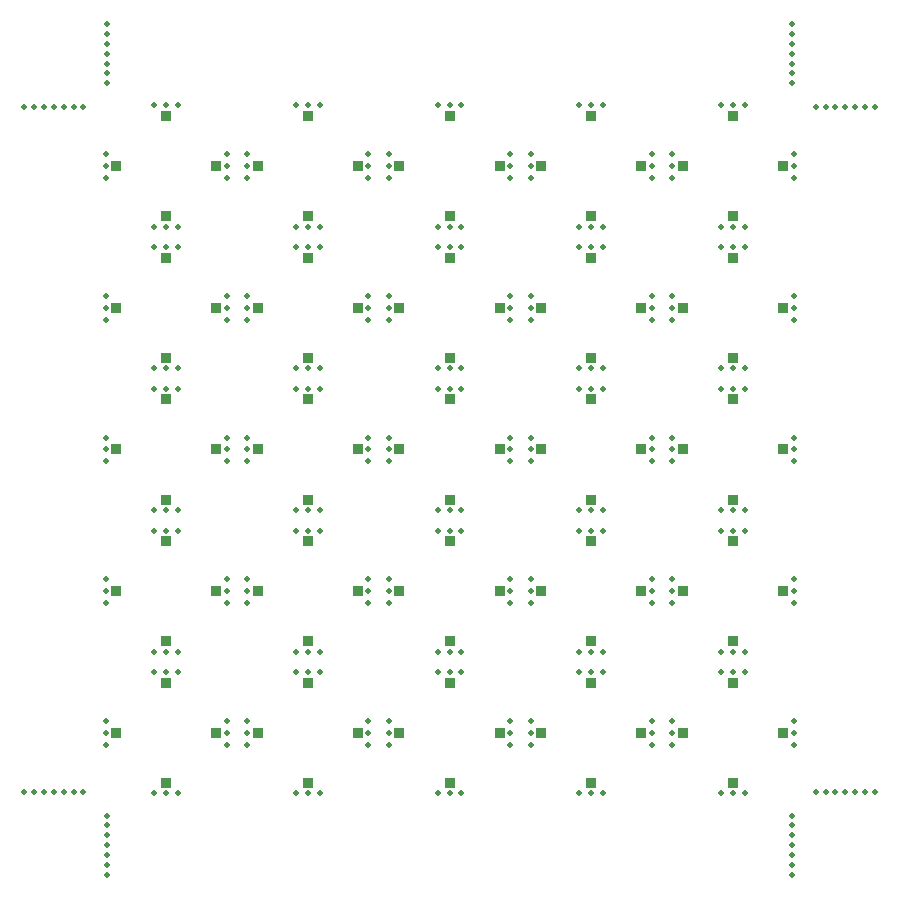
<source format=gbs>
%TF.GenerationSoftware,KiCad,Pcbnew,7.0.5-1.fc38*%
%TF.CreationDate,2023-07-07T14:16:01-04:00*%
%TF.ProjectId,bno085-i2c-board-v3-panel,626e6f30-3835-42d6-9932-632d626f6172,rev?*%
%TF.SameCoordinates,Original*%
%TF.FileFunction,Soldermask,Bot*%
%TF.FilePolarity,Negative*%
%FSLAX46Y46*%
G04 Gerber Fmt 4.6, Leading zero omitted, Abs format (unit mm)*
G04 Created by KiCad (PCBNEW 7.0.5-1.fc38) date 2023-07-07 14:16:01*
%MOMM*%
%LPD*%
G01*
G04 APERTURE LIST*
%ADD10R,0.850000X0.850000*%
%ADD11C,0.500000*%
G04 APERTURE END LIST*
D10*
%TO.C,J2*%
X148500000Y-60250000D03*
%TD*%
D11*
%TO.C,REF\u002A\u002A*%
X160500000Y-49124999D03*
%TD*%
D10*
%TO.C,J3*%
X120250000Y-44000000D03*
%TD*%
D11*
%TO.C,REF\u002A\u002A*%
X112500001Y-85000000D03*
%TD*%
D10*
%TO.C,J1*%
X172500000Y-75750000D03*
%TD*%
D11*
%TO.C,REF\u002A\u002A*%
X172500000Y-49124999D03*
%TD*%
%TO.C,REF\u002A\u002A*%
X143375000Y-67999999D03*
%TD*%
D10*
%TO.C,J4*%
X152750000Y-32000000D03*
%TD*%
D11*
%TO.C,REF\u002A\u002A*%
X155375000Y-54999999D03*
%TD*%
%TO.C,REF\u002A\u002A*%
X177499999Y-91166666D03*
%TD*%
D10*
%TO.C,J2*%
X172500000Y-48250000D03*
%TD*%
D11*
%TO.C,REF\u002A\u002A*%
X161500000Y-37124999D03*
%TD*%
%TO.C,REF\u002A\u002A*%
X172500000Y-61124999D03*
%TD*%
%TO.C,REF\u002A\u002A*%
X135500000Y-61124999D03*
%TD*%
%TO.C,REF\u002A\u002A*%
X171500000Y-85124999D03*
%TD*%
%TO.C,REF\u002A\u002A*%
X114166668Y-85000000D03*
%TD*%
%TO.C,REF\u002A\u002A*%
X119375001Y-31000000D03*
%TD*%
%TO.C,REF\u002A\u002A*%
X177499999Y-92000000D03*
%TD*%
%TO.C,REF\u002A\u002A*%
X129624999Y-80999999D03*
%TD*%
%TO.C,REF\u002A\u002A*%
X124500000Y-50875002D03*
%TD*%
%TO.C,REF\u002A\u002A*%
X129624999Y-44999999D03*
%TD*%
D10*
%TO.C,J3*%
X168250000Y-68000000D03*
%TD*%
D11*
%TO.C,REF\u002A\u002A*%
X177624999Y-42999999D03*
%TD*%
%TO.C,REF\u002A\u002A*%
X177624999Y-43999999D03*
%TD*%
%TO.C,REF\u002A\u002A*%
X149499999Y-62875000D03*
%TD*%
%TO.C,REF\u002A\u002A*%
X137500000Y-73124999D03*
%TD*%
%TO.C,REF\u002A\u002A*%
X124500000Y-49124999D03*
%TD*%
%TO.C,REF\u002A\u002A*%
X160499999Y-50875002D03*
%TD*%
%TO.C,REF\u002A\u002A*%
X160499999Y-62875002D03*
%TD*%
%TO.C,REF\u002A\u002A*%
X141624999Y-78999999D03*
%TD*%
%TO.C,REF\u002A\u002A*%
X117500001Y-85000000D03*
%TD*%
%TO.C,REF\u002A\u002A*%
X177499999Y-23333334D03*
%TD*%
%TO.C,REF\u002A\u002A*%
X129624999Y-55999999D03*
%TD*%
%TO.C,REF\u002A\u002A*%
X177499999Y-20833334D03*
%TD*%
%TO.C,REF\u002A\u002A*%
X167375000Y-68999999D03*
%TD*%
%TO.C,REF\u002A\u002A*%
X137500000Y-85124999D03*
%TD*%
%TO.C,REF\u002A\u002A*%
X137500000Y-61124999D03*
%TD*%
%TO.C,REF\u002A\u002A*%
X153624999Y-32999999D03*
%TD*%
D10*
%TO.C,J3*%
X144250000Y-80000000D03*
%TD*%
D11*
%TO.C,REF\u002A\u002A*%
X147500000Y-61124999D03*
%TD*%
%TO.C,REF\u002A\u002A*%
X136500000Y-61124999D03*
%TD*%
D10*
%TO.C,J2*%
X160500000Y-36250000D03*
%TD*%
D11*
%TO.C,REF\u002A\u002A*%
X115833335Y-85000000D03*
%TD*%
%TO.C,REF\u002A\u002A*%
X129624999Y-42999999D03*
%TD*%
D10*
%TO.C,J4*%
X164750000Y-80000000D03*
%TD*%
D11*
%TO.C,REF\u002A\u002A*%
X173499999Y-38875000D03*
%TD*%
%TO.C,REF\u002A\u002A*%
X165624999Y-54999999D03*
%TD*%
%TO.C,REF\u002A\u002A*%
X113333335Y-27000000D03*
%TD*%
%TO.C,REF\u002A\u002A*%
X184500000Y-27000000D03*
%TD*%
%TO.C,REF\u002A\u002A*%
X155375000Y-56999999D03*
%TD*%
%TO.C,REF\u002A\u002A*%
X125500000Y-85124999D03*
%TD*%
D10*
%TO.C,J4*%
X176750000Y-80000000D03*
%TD*%
D11*
%TO.C,REF\u002A\u002A*%
X172499999Y-74875002D03*
%TD*%
%TO.C,REF\u002A\u002A*%
X131375000Y-68999999D03*
%TD*%
%TO.C,REF\u002A\u002A*%
X173500000Y-37124999D03*
%TD*%
%TO.C,REF\u002A\u002A*%
X165624999Y-44999999D03*
%TD*%
%TO.C,REF\u002A\u002A*%
X155375000Y-78999999D03*
%TD*%
%TO.C,REF\u002A\u002A*%
X119500001Y-22500000D03*
%TD*%
%TO.C,REF\u002A\u002A*%
X160500000Y-37124999D03*
%TD*%
%TO.C,REF\u002A\u002A*%
X124500000Y-26875003D03*
%TD*%
%TO.C,REF\u002A\u002A*%
X159500000Y-73124999D03*
%TD*%
%TO.C,REF\u002A\u002A*%
X173500000Y-85124999D03*
%TD*%
D10*
%TO.C,J2*%
X160500000Y-60250000D03*
%TD*%
D11*
%TO.C,REF\u002A\u002A*%
X141624999Y-44999999D03*
%TD*%
%TO.C,REF\u002A\u002A*%
X131375000Y-32999999D03*
%TD*%
%TO.C,REF\u002A\u002A*%
X167375000Y-67999999D03*
%TD*%
%TO.C,REF\u002A\u002A*%
X155375000Y-68999999D03*
%TD*%
%TO.C,REF\u002A\u002A*%
X137499999Y-50875000D03*
%TD*%
%TO.C,REF\u002A\u002A*%
X165624999Y-55999999D03*
%TD*%
D10*
%TO.C,J3*%
X156250000Y-80000000D03*
%TD*%
D11*
%TO.C,REF\u002A\u002A*%
X136500000Y-49124999D03*
%TD*%
D10*
%TO.C,J4*%
X128750000Y-68000000D03*
%TD*%
D11*
%TO.C,REF\u002A\u002A*%
X167375000Y-31000000D03*
%TD*%
%TO.C,REF\u002A\u002A*%
X160499999Y-26875003D03*
%TD*%
%TO.C,REF\u002A\u002A*%
X119375001Y-67999999D03*
%TD*%
D10*
%TO.C,J1*%
X136500000Y-75750000D03*
%TD*%
D11*
%TO.C,REF\u002A\u002A*%
X141624999Y-80999999D03*
%TD*%
%TO.C,REF\u002A\u002A*%
X177624999Y-78999999D03*
%TD*%
%TO.C,REF\u002A\u002A*%
X153624999Y-42999999D03*
%TD*%
%TO.C,REF\u002A\u002A*%
X119500001Y-91166666D03*
%TD*%
D10*
%TO.C,J3*%
X120250000Y-68000000D03*
%TD*%
%TO.C,J3*%
X120250000Y-56000000D03*
%TD*%
D11*
%TO.C,REF\u002A\u002A*%
X147500000Y-37124999D03*
%TD*%
%TO.C,REF\u002A\u002A*%
X167375000Y-55999999D03*
%TD*%
%TO.C,REF\u002A\u002A*%
X124500000Y-73124999D03*
%TD*%
%TO.C,REF\u002A\u002A*%
X159500000Y-61124999D03*
%TD*%
%TO.C,REF\u002A\u002A*%
X171499999Y-50875004D03*
%TD*%
%TO.C,REF\u002A\u002A*%
X177624999Y-44999999D03*
%TD*%
%TO.C,REF\u002A\u002A*%
X131375000Y-42999999D03*
%TD*%
%TO.C,REF\u002A\u002A*%
X173500000Y-49124999D03*
%TD*%
%TO.C,REF\u002A\u002A*%
X119375001Y-78999999D03*
%TD*%
D10*
%TO.C,J4*%
X140750000Y-68000000D03*
%TD*%
D11*
%TO.C,REF\u002A\u002A*%
X165624999Y-32999999D03*
%TD*%
%TO.C,REF\u002A\u002A*%
X161499999Y-38875000D03*
%TD*%
%TO.C,REF\u002A\u002A*%
X161500000Y-61124999D03*
%TD*%
%TO.C,REF\u002A\u002A*%
X143375000Y-79999999D03*
%TD*%
%TO.C,REF\u002A\u002A*%
X177624999Y-67999999D03*
%TD*%
%TO.C,REF\u002A\u002A*%
X123500000Y-26875005D03*
%TD*%
%TO.C,REF\u002A\u002A*%
X172499999Y-62875002D03*
%TD*%
%TO.C,REF\u002A\u002A*%
X149499999Y-38875000D03*
%TD*%
%TO.C,REF\u002A\u002A*%
X171499999Y-62875004D03*
%TD*%
%TO.C,REF\u002A\u002A*%
X177624999Y-55999999D03*
%TD*%
%TO.C,REF\u002A\u002A*%
X177499999Y-22500000D03*
%TD*%
%TO.C,REF\u002A\u002A*%
X119500001Y-89500000D03*
%TD*%
%TO.C,REF\u002A\u002A*%
X148500000Y-85124999D03*
%TD*%
%TO.C,REF\u002A\u002A*%
X119375001Y-56999999D03*
%TD*%
%TO.C,REF\u002A\u002A*%
X131375000Y-56999999D03*
%TD*%
%TO.C,REF\u002A\u002A*%
X123500000Y-38875004D03*
%TD*%
%TO.C,REF\u002A\u002A*%
X136500000Y-85124999D03*
%TD*%
%TO.C,REF\u002A\u002A*%
X115833335Y-27000000D03*
%TD*%
D10*
%TO.C,J3*%
X156250000Y-32000000D03*
%TD*%
%TO.C,J2*%
X172500000Y-72250000D03*
%TD*%
D11*
%TO.C,REF\u002A\u002A*%
X119500001Y-87000000D03*
%TD*%
%TO.C,REF\u002A\u002A*%
X177624999Y-54999999D03*
%TD*%
%TO.C,REF\u002A\u002A*%
X177624999Y-66999999D03*
%TD*%
%TO.C,REF\u002A\u002A*%
X125500000Y-73124999D03*
%TD*%
%TO.C,REF\u002A\u002A*%
X125499999Y-62875000D03*
%TD*%
%TO.C,REF\u002A\u002A*%
X167375000Y-43999999D03*
%TD*%
%TO.C,REF\u002A\u002A*%
X119500001Y-20000000D03*
%TD*%
%TO.C,REF\u002A\u002A*%
X119375001Y-68999999D03*
%TD*%
%TO.C,REF\u002A\u002A*%
X153624999Y-32000000D03*
%TD*%
%TO.C,REF\u002A\u002A*%
X116666668Y-85000000D03*
%TD*%
D10*
%TO.C,J3*%
X144250000Y-44000000D03*
%TD*%
D11*
%TO.C,REF\u002A\u002A*%
X141624999Y-43999999D03*
%TD*%
%TO.C,REF\u002A\u002A*%
X147499999Y-26875005D03*
%TD*%
%TO.C,REF\u002A\u002A*%
X172499999Y-26875003D03*
%TD*%
%TO.C,REF\u002A\u002A*%
X155375000Y-67999999D03*
%TD*%
%TO.C,REF\u002A\u002A*%
X148500000Y-49124999D03*
%TD*%
D10*
%TO.C,J2*%
X148500000Y-84250000D03*
%TD*%
%TO.C,J1*%
X124500000Y-39750000D03*
%TD*%
D11*
%TO.C,REF\u002A\u002A*%
X149500000Y-37124999D03*
%TD*%
%TO.C,REF\u002A\u002A*%
X125499999Y-50875000D03*
%TD*%
%TO.C,REF\u002A\u002A*%
X177499999Y-90333333D03*
%TD*%
%TO.C,REF\u002A\u002A*%
X119500001Y-23333334D03*
%TD*%
D10*
%TO.C,J1*%
X148500000Y-39750000D03*
%TD*%
D11*
%TO.C,REF\u002A\u002A*%
X124500000Y-62875002D03*
%TD*%
%TO.C,REF\u002A\u002A*%
X149499999Y-74875000D03*
%TD*%
%TO.C,REF\u002A\u002A*%
X173500000Y-61124999D03*
%TD*%
%TO.C,REF\u002A\u002A*%
X141624999Y-68999999D03*
%TD*%
%TO.C,REF\u002A\u002A*%
X177499999Y-20000000D03*
%TD*%
%TO.C,REF\u002A\u002A*%
X143375000Y-55999999D03*
%TD*%
D10*
%TO.C,J1*%
X160500000Y-75750000D03*
%TD*%
D11*
%TO.C,REF\u002A\u002A*%
X119500001Y-87833333D03*
%TD*%
%TO.C,REF\u002A\u002A*%
X131375000Y-67999999D03*
%TD*%
%TO.C,REF\u002A\u002A*%
X165624999Y-31000000D03*
%TD*%
%TO.C,REF\u002A\u002A*%
X173499999Y-74875000D03*
%TD*%
%TO.C,REF\u002A\u002A*%
X153624999Y-68999999D03*
%TD*%
D10*
%TO.C,J2*%
X148500000Y-72250000D03*
%TD*%
D11*
%TO.C,REF\u002A\u002A*%
X177624999Y-32999999D03*
%TD*%
D10*
%TO.C,J3*%
X144250000Y-32000000D03*
%TD*%
D11*
%TO.C,REF\u002A\u002A*%
X123500001Y-73124999D03*
%TD*%
D10*
%TO.C,J4*%
X140750000Y-32000000D03*
%TD*%
%TO.C,J1*%
X136500000Y-63750000D03*
%TD*%
%TO.C,J3*%
X156250000Y-44000000D03*
%TD*%
D11*
%TO.C,REF\u002A\u002A*%
X137499999Y-26875001D03*
%TD*%
D10*
%TO.C,J2*%
X124500000Y-48250000D03*
%TD*%
%TO.C,J1*%
X124500000Y-27750000D03*
%TD*%
D11*
%TO.C,REF\u002A\u002A*%
X119500001Y-92000000D03*
%TD*%
%TO.C,REF\u002A\u002A*%
X147500000Y-73124999D03*
%TD*%
%TO.C,REF\u002A\u002A*%
X129624999Y-54999999D03*
%TD*%
%TO.C,REF\u002A\u002A*%
X123500001Y-37124999D03*
%TD*%
%TO.C,REF\u002A\u002A*%
X141624999Y-54999999D03*
%TD*%
D10*
%TO.C,J2*%
X148500000Y-48250000D03*
%TD*%
D11*
%TO.C,REF\u002A\u002A*%
X161499999Y-74875000D03*
%TD*%
%TO.C,REF\u002A\u002A*%
X177624999Y-68999999D03*
%TD*%
%TO.C,REF\u002A\u002A*%
X177624999Y-80999999D03*
%TD*%
%TO.C,REF\u002A\u002A*%
X177499999Y-25000000D03*
%TD*%
%TO.C,REF\u002A\u002A*%
X147499999Y-38875004D03*
%TD*%
%TO.C,REF\u002A\u002A*%
X131375000Y-54999999D03*
%TD*%
%TO.C,REF\u002A\u002A*%
X171500000Y-49124999D03*
%TD*%
%TO.C,REF\u002A\u002A*%
X129624999Y-32000000D03*
%TD*%
%TO.C,REF\u002A\u002A*%
X165624999Y-68999999D03*
%TD*%
%TO.C,REF\u002A\u002A*%
X143375000Y-66999999D03*
%TD*%
%TO.C,REF\u002A\u002A*%
X129624999Y-32999999D03*
%TD*%
D10*
%TO.C,J2*%
X160500000Y-72250000D03*
%TD*%
D11*
%TO.C,REF\u002A\u002A*%
X143375000Y-54999999D03*
%TD*%
%TO.C,REF\u002A\u002A*%
X147500000Y-85124999D03*
%TD*%
%TO.C,REF\u002A\u002A*%
X181166666Y-27000000D03*
%TD*%
%TO.C,REF\u002A\u002A*%
X155375000Y-32999999D03*
%TD*%
%TO.C,REF\u002A\u002A*%
X131375000Y-78999999D03*
%TD*%
D10*
%TO.C,J4*%
X152750000Y-68000000D03*
%TD*%
D11*
%TO.C,REF\u002A\u002A*%
X143375000Y-31000000D03*
%TD*%
%TO.C,REF\u002A\u002A*%
X148499999Y-38875002D03*
%TD*%
%TO.C,REF\u002A\u002A*%
X131375000Y-66999999D03*
%TD*%
%TO.C,REF\u002A\u002A*%
X119500001Y-20833334D03*
%TD*%
%TO.C,REF\u002A\u002A*%
X177499999Y-24166667D03*
%TD*%
%TO.C,REF\u002A\u002A*%
X131375000Y-32000000D03*
%TD*%
%TO.C,REF\u002A\u002A*%
X167375000Y-32000000D03*
%TD*%
%TO.C,REF\u002A\u002A*%
X165624999Y-42999999D03*
%TD*%
D10*
%TO.C,J2*%
X124500000Y-60250000D03*
%TD*%
D11*
%TO.C,REF\u002A\u002A*%
X125499999Y-26875001D03*
%TD*%
%TO.C,REF\u002A\u002A*%
X143375000Y-42999999D03*
%TD*%
%TO.C,REF\u002A\u002A*%
X153624999Y-31000000D03*
%TD*%
D10*
%TO.C,J1*%
X136500000Y-51750000D03*
%TD*%
%TO.C,J3*%
X132250000Y-68000000D03*
%TD*%
D11*
%TO.C,REF\u002A\u002A*%
X167375000Y-54999999D03*
%TD*%
%TO.C,REF\u002A\u002A*%
X143375000Y-56999999D03*
%TD*%
%TO.C,REF\u002A\u002A*%
X119375001Y-54999999D03*
%TD*%
%TO.C,REF\u002A\u002A*%
X129624999Y-79999999D03*
%TD*%
D10*
%TO.C,J3*%
X132250000Y-56000000D03*
%TD*%
D11*
%TO.C,REF\u002A\u002A*%
X147499999Y-62875004D03*
%TD*%
D10*
%TO.C,J4*%
X176750000Y-56000000D03*
%TD*%
D11*
%TO.C,REF\u002A\u002A*%
X136500000Y-37124999D03*
%TD*%
%TO.C,REF\u002A\u002A*%
X125500000Y-49124999D03*
%TD*%
%TO.C,REF\u002A\u002A*%
X153624999Y-56999999D03*
%TD*%
D10*
%TO.C,J4*%
X164750000Y-68000000D03*
%TD*%
%TO.C,J4*%
X152750000Y-80000000D03*
%TD*%
D11*
%TO.C,REF\u002A\u002A*%
X141624999Y-32999999D03*
%TD*%
%TO.C,REF\u002A\u002A*%
X179500000Y-85000000D03*
%TD*%
%TO.C,REF\u002A\u002A*%
X131375000Y-43999999D03*
%TD*%
%TO.C,REF\u002A\u002A*%
X149500000Y-85124999D03*
%TD*%
D10*
%TO.C,J1*%
X148500000Y-75750000D03*
%TD*%
D11*
%TO.C,REF\u002A\u002A*%
X147500000Y-49124999D03*
%TD*%
%TO.C,REF\u002A\u002A*%
X129624999Y-56999999D03*
%TD*%
%TO.C,REF\u002A\u002A*%
X165624999Y-67999999D03*
%TD*%
%TO.C,REF\u002A\u002A*%
X159500000Y-49124999D03*
%TD*%
%TO.C,REF\u002A\u002A*%
X153624999Y-43999999D03*
%TD*%
%TO.C,REF\u002A\u002A*%
X137500000Y-49124999D03*
%TD*%
%TO.C,REF\u002A\u002A*%
X160500000Y-73124999D03*
%TD*%
%TO.C,REF\u002A\u002A*%
X135499999Y-38875004D03*
%TD*%
%TO.C,REF\u002A\u002A*%
X153624999Y-80999999D03*
%TD*%
%TO.C,REF\u002A\u002A*%
X165624999Y-43999999D03*
%TD*%
%TO.C,REF\u002A\u002A*%
X155375000Y-80999999D03*
%TD*%
%TO.C,REF\u002A\u002A*%
X180333333Y-27000000D03*
%TD*%
%TO.C,REF\u002A\u002A*%
X129624999Y-67999999D03*
%TD*%
%TO.C,REF\u002A\u002A*%
X167375000Y-79999999D03*
%TD*%
D10*
%TO.C,J4*%
X176750000Y-44000000D03*
%TD*%
D11*
%TO.C,REF\u002A\u002A*%
X124500000Y-85124999D03*
%TD*%
%TO.C,REF\u002A\u002A*%
X165624999Y-32000000D03*
%TD*%
D10*
%TO.C,J1*%
X172500000Y-51750000D03*
%TD*%
D11*
%TO.C,REF\u002A\u002A*%
X115000001Y-27000000D03*
%TD*%
%TO.C,REF\u002A\u002A*%
X131375000Y-31000000D03*
%TD*%
D10*
%TO.C,J2*%
X160500000Y-48250000D03*
%TD*%
%TO.C,J1*%
X160500000Y-27750000D03*
%TD*%
D11*
%TO.C,REF\u002A\u002A*%
X119375001Y-66999999D03*
%TD*%
%TO.C,REF\u002A\u002A*%
X135500000Y-85124999D03*
%TD*%
%TO.C,REF\u002A\u002A*%
X159500000Y-85124999D03*
%TD*%
%TO.C,REF\u002A\u002A*%
X171499999Y-38875004D03*
%TD*%
%TO.C,REF\u002A\u002A*%
X149499999Y-26875001D03*
%TD*%
D10*
%TO.C,J1*%
X148500000Y-63750000D03*
%TD*%
D11*
%TO.C,REF\u002A\u002A*%
X148499999Y-26875003D03*
%TD*%
%TO.C,REF\u002A\u002A*%
X135500000Y-37124999D03*
%TD*%
%TO.C,REF\u002A\u002A*%
X153624999Y-66999999D03*
%TD*%
%TO.C,REF\u002A\u002A*%
X171500000Y-73124999D03*
%TD*%
%TO.C,REF\u002A\u002A*%
X119500001Y-25000000D03*
%TD*%
%TO.C,REF\u002A\u002A*%
X143375000Y-68999999D03*
%TD*%
%TO.C,REF\u002A\u002A*%
X167375000Y-78999999D03*
%TD*%
%TO.C,REF\u002A\u002A*%
X123500000Y-62875004D03*
%TD*%
%TO.C,REF\u002A\u002A*%
X148500000Y-61124999D03*
%TD*%
D10*
%TO.C,J1*%
X160500000Y-63750000D03*
%TD*%
D11*
%TO.C,REF\u002A\u002A*%
X160500000Y-85124999D03*
%TD*%
%TO.C,REF\u002A\u002A*%
X181166666Y-85000000D03*
%TD*%
%TO.C,REF\u002A\u002A*%
X129624999Y-68999999D03*
%TD*%
%TO.C,REF\u002A\u002A*%
X167375000Y-44999999D03*
%TD*%
%TO.C,REF\u002A\u002A*%
X119375001Y-80999999D03*
%TD*%
D10*
%TO.C,J3*%
X132250000Y-44000000D03*
%TD*%
D11*
%TO.C,REF\u002A\u002A*%
X171500000Y-37124999D03*
%TD*%
%TO.C,REF\u002A\u002A*%
X115000001Y-85000000D03*
%TD*%
%TO.C,REF\u002A\u002A*%
X119375001Y-42999999D03*
%TD*%
%TO.C,REF\u002A\u002A*%
X143375000Y-80999999D03*
%TD*%
D10*
%TO.C,J4*%
X152750000Y-56000000D03*
%TD*%
%TO.C,J1*%
X172500000Y-39750000D03*
%TD*%
%TO.C,J2*%
X172500000Y-36250000D03*
%TD*%
%TO.C,J4*%
X176750000Y-68000000D03*
%TD*%
%TO.C,J1*%
X160500000Y-39750000D03*
%TD*%
D11*
%TO.C,REF\u002A\u002A*%
X153624999Y-44999999D03*
%TD*%
%TO.C,REF\u002A\u002A*%
X155375000Y-44999999D03*
%TD*%
%TO.C,REF\u002A\u002A*%
X160499999Y-74875002D03*
%TD*%
%TO.C,REF\u002A\u002A*%
X183666666Y-27000000D03*
%TD*%
%TO.C,REF\u002A\u002A*%
X171500000Y-61124999D03*
%TD*%
%TO.C,REF\u002A\u002A*%
X136499999Y-26875003D03*
%TD*%
%TO.C,REF\u002A\u002A*%
X165624999Y-80999999D03*
%TD*%
D10*
%TO.C,J3*%
X132250000Y-32000000D03*
%TD*%
%TO.C,J2*%
X160500000Y-84250000D03*
%TD*%
D11*
%TO.C,REF\u002A\u002A*%
X131375000Y-55999999D03*
%TD*%
%TO.C,REF\u002A\u002A*%
X161499999Y-26875001D03*
%TD*%
%TO.C,REF\u002A\u002A*%
X119375001Y-79999999D03*
%TD*%
%TO.C,REF\u002A\u002A*%
X161500000Y-49124999D03*
%TD*%
%TO.C,REF\u002A\u002A*%
X143375000Y-32999999D03*
%TD*%
D10*
%TO.C,J2*%
X136500000Y-48250000D03*
%TD*%
D11*
%TO.C,REF\u002A\u002A*%
X125499999Y-38875000D03*
%TD*%
%TO.C,REF\u002A\u002A*%
X136499999Y-62875002D03*
%TD*%
%TO.C,REF\u002A\u002A*%
X125500000Y-61124999D03*
%TD*%
%TO.C,REF\u002A\u002A*%
X155375000Y-66999999D03*
%TD*%
D10*
%TO.C,J4*%
X140750000Y-44000000D03*
%TD*%
D11*
%TO.C,REF\u002A\u002A*%
X153624999Y-78999999D03*
%TD*%
%TO.C,REF\u002A\u002A*%
X182000000Y-27000000D03*
%TD*%
%TO.C,REF\u002A\u002A*%
X124500000Y-38875002D03*
%TD*%
%TO.C,REF\u002A\u002A*%
X131375000Y-79999999D03*
%TD*%
D10*
%TO.C,J1*%
X124500000Y-51750000D03*
%TD*%
D11*
%TO.C,REF\u002A\u002A*%
X123500001Y-85124999D03*
%TD*%
%TO.C,REF\u002A\u002A*%
X147499999Y-50875004D03*
%TD*%
%TO.C,REF\u002A\u002A*%
X129624999Y-78999999D03*
%TD*%
%TO.C,REF\u002A\u002A*%
X123500001Y-61124999D03*
%TD*%
%TO.C,REF\u002A\u002A*%
X155375000Y-42999999D03*
%TD*%
%TO.C,REF\u002A\u002A*%
X119375001Y-55999999D03*
%TD*%
%TO.C,REF\u002A\u002A*%
X129624999Y-66999999D03*
%TD*%
%TO.C,REF\u002A\u002A*%
X173500000Y-73124999D03*
%TD*%
%TO.C,REF\u002A\u002A*%
X123500001Y-49124999D03*
%TD*%
D10*
%TO.C,J3*%
X120250000Y-32000000D03*
%TD*%
D11*
%TO.C,REF\u002A\u002A*%
X148499999Y-74875002D03*
%TD*%
%TO.C,REF\u002A\u002A*%
X136499999Y-38875002D03*
%TD*%
%TO.C,REF\u002A\u002A*%
X135499999Y-50875004D03*
%TD*%
%TO.C,REF\u002A\u002A*%
X117500001Y-27000000D03*
%TD*%
%TO.C,REF\u002A\u002A*%
X182000000Y-85000000D03*
%TD*%
D10*
%TO.C,J3*%
X168250000Y-80000000D03*
%TD*%
D11*
%TO.C,REF\u002A\u002A*%
X165624999Y-56999999D03*
%TD*%
D10*
%TO.C,J4*%
X164750000Y-32000000D03*
%TD*%
D11*
%TO.C,REF\u002A\u002A*%
X180333333Y-85000000D03*
%TD*%
D10*
%TO.C,J1*%
X160500000Y-51750000D03*
%TD*%
D11*
%TO.C,REF\u002A\u002A*%
X143375000Y-43999999D03*
%TD*%
%TO.C,REF\u002A\u002A*%
X165624999Y-78999999D03*
%TD*%
%TO.C,REF\u002A\u002A*%
X135500000Y-49124999D03*
%TD*%
%TO.C,REF\u002A\u002A*%
X125500000Y-37124999D03*
%TD*%
D10*
%TO.C,J4*%
X176750000Y-32000000D03*
%TD*%
D11*
%TO.C,REF\u002A\u002A*%
X177499999Y-89500000D03*
%TD*%
%TO.C,REF\u002A\u002A*%
X177624999Y-31000000D03*
%TD*%
%TO.C,REF\u002A\u002A*%
X159499999Y-62875004D03*
%TD*%
D10*
%TO.C,J4*%
X128750000Y-56000000D03*
%TD*%
D11*
%TO.C,REF\u002A\u002A*%
X141624999Y-56999999D03*
%TD*%
D10*
%TO.C,J1*%
X124500000Y-75750000D03*
%TD*%
D11*
%TO.C,REF\u002A\u002A*%
X149500000Y-49124999D03*
%TD*%
%TO.C,REF\u002A\u002A*%
X141624999Y-32000000D03*
%TD*%
%TO.C,REF\u002A\u002A*%
X165624999Y-66999999D03*
%TD*%
%TO.C,REF\u002A\u002A*%
X135499999Y-74875004D03*
%TD*%
%TO.C,REF\u002A\u002A*%
X177624999Y-32000000D03*
%TD*%
%TO.C,REF\u002A\u002A*%
X184500000Y-85000000D03*
%TD*%
%TO.C,REF\u002A\u002A*%
X159499999Y-38875004D03*
%TD*%
%TO.C,REF\u002A\u002A*%
X124500000Y-61124999D03*
%TD*%
%TO.C,REF\u002A\u002A*%
X177499999Y-21666667D03*
%TD*%
D10*
%TO.C,J4*%
X164750000Y-44000000D03*
%TD*%
D11*
%TO.C,REF\u002A\u002A*%
X136499999Y-50875002D03*
%TD*%
%TO.C,REF\u002A\u002A*%
X124500000Y-74875002D03*
%TD*%
%TO.C,REF\u002A\u002A*%
X141624999Y-79999999D03*
%TD*%
%TO.C,REF\u002A\u002A*%
X159499999Y-50875004D03*
%TD*%
%TO.C,REF\u002A\u002A*%
X172499999Y-38875002D03*
%TD*%
D10*
%TO.C,J3*%
X144250000Y-56000000D03*
%TD*%
D11*
%TO.C,REF\u002A\u002A*%
X153624999Y-54999999D03*
%TD*%
%TO.C,REF\u002A\u002A*%
X149500000Y-61124999D03*
%TD*%
%TO.C,REF\u002A\u002A*%
X119375001Y-32000000D03*
%TD*%
%TO.C,REF\u002A\u002A*%
X131375000Y-44999999D03*
%TD*%
D10*
%TO.C,J3*%
X144250000Y-68000000D03*
%TD*%
D11*
%TO.C,REF\u002A\u002A*%
X177624999Y-56999999D03*
%TD*%
%TO.C,REF\u002A\u002A*%
X119500001Y-90333333D03*
%TD*%
%TO.C,REF\u002A\u002A*%
X159499999Y-26875005D03*
%TD*%
%TO.C,REF\u002A\u002A*%
X172500000Y-85124999D03*
%TD*%
%TO.C,REF\u002A\u002A*%
X137499999Y-38875000D03*
%TD*%
%TO.C,REF\u002A\u002A*%
X148499999Y-62875002D03*
%TD*%
%TO.C,REF\u002A\u002A*%
X119500001Y-24166667D03*
%TD*%
D10*
%TO.C,J2*%
X136500000Y-60250000D03*
%TD*%
D11*
%TO.C,REF\u002A\u002A*%
X131375000Y-80999999D03*
%TD*%
%TO.C,REF\u002A\u002A*%
X160499999Y-38875002D03*
%TD*%
%TO.C,REF\u002A\u002A*%
X141624999Y-66999999D03*
%TD*%
%TO.C,REF\u002A\u002A*%
X155375000Y-31000000D03*
%TD*%
%TO.C,REF\u002A\u002A*%
X171499999Y-26875005D03*
%TD*%
%TO.C,REF\u002A\u002A*%
X155375000Y-79999999D03*
%TD*%
%TO.C,REF\u002A\u002A*%
X141624999Y-67999999D03*
%TD*%
D10*
%TO.C,J2*%
X172500000Y-60250000D03*
%TD*%
D11*
%TO.C,REF\u002A\u002A*%
X167375000Y-56999999D03*
%TD*%
%TO.C,REF\u002A\u002A*%
X167375000Y-66999999D03*
%TD*%
%TO.C,REF\u002A\u002A*%
X119500001Y-88666666D03*
%TD*%
D10*
%TO.C,J1*%
X136500000Y-39750000D03*
%TD*%
D11*
%TO.C,REF\u002A\u002A*%
X135499999Y-26875005D03*
%TD*%
D10*
%TO.C,J2*%
X136500000Y-36250000D03*
%TD*%
D11*
%TO.C,REF\u002A\u002A*%
X172500000Y-73124999D03*
%TD*%
D10*
%TO.C,J1*%
X172500000Y-63750000D03*
%TD*%
D11*
%TO.C,REF\u002A\u002A*%
X171499999Y-74875004D03*
%TD*%
D10*
%TO.C,J3*%
X168250000Y-32000000D03*
%TD*%
D11*
%TO.C,REF\u002A\u002A*%
X155375000Y-55999999D03*
%TD*%
%TO.C,REF\u002A\u002A*%
X148499999Y-50875002D03*
%TD*%
%TO.C,REF\u002A\u002A*%
X165624999Y-79999999D03*
%TD*%
D10*
%TO.C,J1*%
X124500000Y-63750000D03*
%TD*%
D11*
%TO.C,REF\u002A\u002A*%
X172499999Y-50875002D03*
%TD*%
D10*
%TO.C,J2*%
X148500000Y-36250000D03*
%TD*%
%TO.C,J2*%
X124500000Y-84250000D03*
%TD*%
D11*
%TO.C,REF\u002A\u002A*%
X182833333Y-27000000D03*
%TD*%
D10*
%TO.C,J4*%
X128750000Y-44000000D03*
%TD*%
D11*
%TO.C,REF\u002A\u002A*%
X161500000Y-73124999D03*
%TD*%
%TO.C,REF\u002A\u002A*%
X148500000Y-73124999D03*
%TD*%
D10*
%TO.C,J2*%
X136500000Y-72250000D03*
%TD*%
D11*
%TO.C,REF\u002A\u002A*%
X141624999Y-42999999D03*
%TD*%
%TO.C,REF\u002A\u002A*%
X155375000Y-43999999D03*
%TD*%
%TO.C,REF\u002A\u002A*%
X137499999Y-62875000D03*
%TD*%
%TO.C,REF\u002A\u002A*%
X137500000Y-37124999D03*
%TD*%
D10*
%TO.C,J1*%
X148500000Y-51750000D03*
%TD*%
D11*
%TO.C,REF\u002A\u002A*%
X177499999Y-87833333D03*
%TD*%
D10*
%TO.C,J2*%
X124500000Y-72250000D03*
%TD*%
D11*
%TO.C,REF\u002A\u002A*%
X167375000Y-42999999D03*
%TD*%
%TO.C,REF\u002A\u002A*%
X143375000Y-78999999D03*
%TD*%
%TO.C,REF\u002A\u002A*%
X119375001Y-32999999D03*
%TD*%
%TO.C,REF\u002A\u002A*%
X135500000Y-73124999D03*
%TD*%
%TO.C,REF\u002A\u002A*%
X143375000Y-32000000D03*
%TD*%
%TO.C,REF\u002A\u002A*%
X148500000Y-37124999D03*
%TD*%
%TO.C,REF\u002A\u002A*%
X183666666Y-85000000D03*
%TD*%
%TO.C,REF\u002A\u002A*%
X167375000Y-80999999D03*
%TD*%
D10*
%TO.C,J3*%
X132250000Y-80000000D03*
%TD*%
D11*
%TO.C,REF\u002A\u002A*%
X177624999Y-79999999D03*
%TD*%
%TO.C,REF\u002A\u002A*%
X137499999Y-74875000D03*
%TD*%
%TO.C,REF\u002A\u002A*%
X141624999Y-31000000D03*
%TD*%
D10*
%TO.C,J2*%
X172500000Y-84250000D03*
%TD*%
D11*
%TO.C,REF\u002A\u002A*%
X155375000Y-32000000D03*
%TD*%
D10*
%TO.C,J4*%
X152750000Y-44000000D03*
%TD*%
D11*
%TO.C,REF\u002A\u002A*%
X129624999Y-43999999D03*
%TD*%
D10*
%TO.C,J3*%
X156250000Y-68000000D03*
%TD*%
D11*
%TO.C,REF\u002A\u002A*%
X153624999Y-79999999D03*
%TD*%
%TO.C,REF\u002A\u002A*%
X179500000Y-27000000D03*
%TD*%
%TO.C,REF\u002A\u002A*%
X124500000Y-37124999D03*
%TD*%
%TO.C,REF\u002A\u002A*%
X141624999Y-55999999D03*
%TD*%
%TO.C,REF\u002A\u002A*%
X119375001Y-43999999D03*
%TD*%
%TO.C,REF\u002A\u002A*%
X112500001Y-27000000D03*
%TD*%
D10*
%TO.C,J4*%
X164750000Y-56000000D03*
%TD*%
D11*
%TO.C,REF\u002A\u002A*%
X135499999Y-62875004D03*
%TD*%
%TO.C,REF\u002A\u002A*%
X159500000Y-37124999D03*
%TD*%
%TO.C,REF\u002A\u002A*%
X136499999Y-74875002D03*
%TD*%
%TO.C,REF\u002A\u002A*%
X119500001Y-21666667D03*
%TD*%
%TO.C,REF\u002A\u002A*%
X161500000Y-85124999D03*
%TD*%
D10*
%TO.C,J1*%
X172500000Y-27750000D03*
%TD*%
%TO.C,J4*%
X140750000Y-80000000D03*
%TD*%
%TO.C,J2*%
X136500000Y-84250000D03*
%TD*%
D11*
%TO.C,REF\u002A\u002A*%
X177499999Y-87000000D03*
%TD*%
%TO.C,REF\u002A\u002A*%
X123500000Y-50875004D03*
%TD*%
%TO.C,REF\u002A\u002A*%
X153624999Y-55999999D03*
%TD*%
%TO.C,REF\u002A\u002A*%
X159499999Y-74875004D03*
%TD*%
%TO.C,REF\u002A\u002A*%
X147499999Y-74875004D03*
%TD*%
D10*
%TO.C,J1*%
X148500000Y-27750000D03*
%TD*%
D11*
%TO.C,REF\u002A\u002A*%
X160500000Y-61124999D03*
%TD*%
%TO.C,REF\u002A\u002A*%
X143375000Y-44999999D03*
%TD*%
D10*
%TO.C,J3*%
X168250000Y-44000000D03*
%TD*%
D11*
%TO.C,REF\u002A\u002A*%
X123500000Y-74875004D03*
%TD*%
%TO.C,REF\u002A\u002A*%
X167375000Y-32999999D03*
%TD*%
%TO.C,REF\u002A\u002A*%
X149499999Y-50875000D03*
%TD*%
D10*
%TO.C,J2*%
X124500000Y-36250000D03*
%TD*%
D11*
%TO.C,REF\u002A\u002A*%
X177499999Y-88666666D03*
%TD*%
D10*
%TO.C,J4*%
X128750000Y-80000000D03*
%TD*%
D11*
%TO.C,REF\u002A\u002A*%
X136500000Y-73124999D03*
%TD*%
D10*
%TO.C,J1*%
X136500000Y-27750000D03*
%TD*%
D11*
%TO.C,REF\u002A\u002A*%
X173499999Y-26875001D03*
%TD*%
%TO.C,REF\u002A\u002A*%
X173499999Y-50875000D03*
%TD*%
%TO.C,REF\u002A\u002A*%
X114166668Y-27000000D03*
%TD*%
%TO.C,REF\u002A\u002A*%
X182833333Y-85000000D03*
%TD*%
%TO.C,REF\u002A\u002A*%
X149500000Y-73124999D03*
%TD*%
D10*
%TO.C,J4*%
X140750000Y-56000000D03*
%TD*%
%TO.C,J3*%
X168250000Y-56000000D03*
%TD*%
D11*
%TO.C,REF\u002A\u002A*%
X161499999Y-62875000D03*
%TD*%
%TO.C,REF\u002A\u002A*%
X173499999Y-62875000D03*
%TD*%
%TO.C,REF\u002A\u002A*%
X116666668Y-27000000D03*
%TD*%
D10*
%TO.C,J3*%
X120250000Y-80000000D03*
%TD*%
%TO.C,J3*%
X156250000Y-56000000D03*
%TD*%
D11*
%TO.C,REF\u002A\u002A*%
X153624999Y-67999999D03*
%TD*%
%TO.C,REF\u002A\u002A*%
X119375001Y-44999999D03*
%TD*%
%TO.C,REF\u002A\u002A*%
X161499999Y-50875000D03*
%TD*%
%TO.C,REF\u002A\u002A*%
X172500000Y-37124999D03*
%TD*%
%TO.C,REF\u002A\u002A*%
X129624999Y-31000000D03*
%TD*%
D10*
%TO.C,J4*%
X128750000Y-32000000D03*
%TD*%
D11*
%TO.C,REF\u002A\u002A*%
X125499999Y-74875000D03*
%TD*%
%TO.C,REF\u002A\u002A*%
X113333335Y-85000000D03*
%TD*%
M02*

</source>
